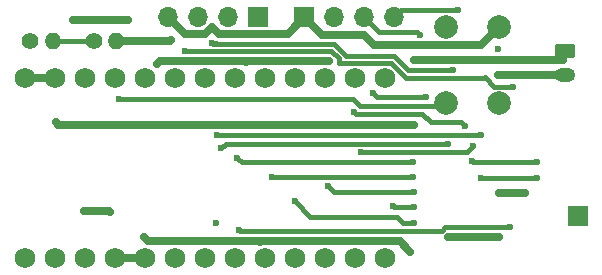
<source format=gbr>
%TF.GenerationSoftware,KiCad,Pcbnew,8.0.6-8.0.6-0~ubuntu24.04.1*%
%TF.CreationDate,2025-04-10T23:09:08-04:00*%
%TF.ProjectId,super-mini-mesh-kicad,73757065-722d-46d6-996e-692d6d657368,rev?*%
%TF.SameCoordinates,Original*%
%TF.FileFunction,Copper,L2,Bot*%
%TF.FilePolarity,Positive*%
%FSLAX46Y46*%
G04 Gerber Fmt 4.6, Leading zero omitted, Abs format (unit mm)*
G04 Created by KiCad (PCBNEW 8.0.6-8.0.6-0~ubuntu24.04.1) date 2025-04-10 23:09:08*
%MOMM*%
%LPD*%
G01*
G04 APERTURE LIST*
G04 Aperture macros list*
%AMRoundRect*
0 Rectangle with rounded corners*
0 $1 Rounding radius*
0 $2 $3 $4 $5 $6 $7 $8 $9 X,Y pos of 4 corners*
0 Add a 4 corners polygon primitive as box body*
4,1,4,$2,$3,$4,$5,$6,$7,$8,$9,$2,$3,0*
0 Add four circle primitives for the rounded corners*
1,1,$1+$1,$2,$3*
1,1,$1+$1,$4,$5*
1,1,$1+$1,$6,$7*
1,1,$1+$1,$8,$9*
0 Add four rect primitives between the rounded corners*
20,1,$1+$1,$2,$3,$4,$5,0*
20,1,$1+$1,$4,$5,$6,$7,0*
20,1,$1+$1,$6,$7,$8,$9,0*
20,1,$1+$1,$8,$9,$2,$3,0*%
G04 Aperture macros list end*
%TA.AperFunction,ComponentPad*%
%ADD10RoundRect,0.250000X-0.625000X0.350000X-0.625000X-0.350000X0.625000X-0.350000X0.625000X0.350000X0*%
%TD*%
%TA.AperFunction,ComponentPad*%
%ADD11O,1.750000X1.200000*%
%TD*%
%TA.AperFunction,ComponentPad*%
%ADD12C,1.752600*%
%TD*%
%TA.AperFunction,ComponentPad*%
%ADD13C,2.000000*%
%TD*%
%TA.AperFunction,ComponentPad*%
%ADD14C,1.400000*%
%TD*%
%TA.AperFunction,ComponentPad*%
%ADD15O,1.400000X1.400000*%
%TD*%
%TA.AperFunction,ComponentPad*%
%ADD16R,1.700000X1.700000*%
%TD*%
%TA.AperFunction,ComponentPad*%
%ADD17O,1.700000X1.700000*%
%TD*%
%TA.AperFunction,ViaPad*%
%ADD18C,0.600000*%
%TD*%
%TA.AperFunction,Conductor*%
%ADD19C,0.700000*%
%TD*%
%TA.AperFunction,Conductor*%
%ADD20C,0.400000*%
%TD*%
G04 APERTURE END LIST*
D10*
%TO.P,J1,1,Pin_1*%
%TO.N,BAT*%
X106700000Y-28400000D03*
D11*
%TO.P,J1,2,Pin_2*%
%TO.N,GND*%
X106700000Y-30400000D03*
%TD*%
D12*
%TO.P,U2,1,TX0/P0.06*%
%TO.N,unconnected-(U2-TX0{slash}P0.06-Pad1)*%
X63480000Y-45900000D03*
%TO.P,U2,2,RX1/P0.08*%
%TO.N,unconnected-(U2-RX1{slash}P0.08-Pad2)*%
X66020000Y-45900000D03*
%TO.P,U2,3,GND*%
%TO.N,GND*%
X68560000Y-45900000D03*
%TO.P,U2,4,GND*%
X71100000Y-45900000D03*
%TO.P,U2,5,P0.17*%
%TO.N,unconnected-(U2-P0.17-Pad5)*%
X73640000Y-45900000D03*
%TO.P,U2,6,P0.20*%
%TO.N,GPS_RX*%
X76180000Y-45900000D03*
%TO.P,U2,7,P0.22*%
%TO.N,GPS_TX*%
X78720000Y-45900000D03*
%TO.P,U2,8,P0.24*%
%TO.N,unconnected-(U2-P0.24-Pad8)*%
X81260000Y-45900000D03*
%TO.P,U2,9,P1.00*%
%TO.N,unconnected-(U2-P1.00-Pad9)*%
X83800000Y-45900000D03*
%TO.P,U2,10,P0.11*%
%TO.N,SCL*%
X86340000Y-45900000D03*
%TO.P,U2,11,P1.04*%
%TO.N,SDA*%
X88880000Y-45900000D03*
%TO.P,U2,12,P1.06*%
%TO.N,unconnected-(U2-P1.06-Pad12)*%
X91420000Y-45900000D03*
%TO.P,U2,13,NFC1/P0.09*%
%TO.N,LORA_RST*%
X91420000Y-30660000D03*
%TO.P,U2,14,NFC2/P0.10*%
%TO.N,DIO1*%
X88880000Y-30660000D03*
%TO.P,U2,15,P1.11*%
%TO.N,SCK*%
X86340000Y-30660000D03*
%TO.P,U2,16,P1.13*%
%TO.N,CS*%
X83800000Y-30660000D03*
%TO.P,U2,17,P1.15*%
%TO.N,MOSI*%
X81260000Y-30660000D03*
%TO.P,U2,18,AIN0/P0.02*%
%TO.N,MISO*%
X78720000Y-30660000D03*
%TO.P,U2,19,AIN5/P0.29*%
%TO.N,BUSY*%
X76180000Y-30660000D03*
%TO.P,U2,20,AIN7/P0.31*%
%TO.N,BATT_MEASURE*%
X73640000Y-30660000D03*
%TO.P,U2,21,VCC*%
%TO.N,3V3*%
X71100000Y-30660000D03*
%TO.P,U2,22,RST*%
%TO.N,MICRO_RST*%
X68560000Y-30660000D03*
%TO.P,U2,23,GND*%
%TO.N,GND*%
X66020000Y-30660000D03*
%TO.P,U2,24,BAT*%
%TO.N,BAT*%
X63480000Y-30660000D03*
%TO.P,U2,25,BAT*%
X60940000Y-30660000D03*
%TO.P,U2,26,GND*%
%TO.N,GND*%
X60940000Y-45900000D03*
%TD*%
D13*
%TO.P,SW1,1,1*%
%TO.N,MICRO_RST*%
X96600000Y-32800000D03*
X96600000Y-26300000D03*
%TO.P,SW1,2,2*%
%TO.N,GND*%
X101100000Y-32800000D03*
X101100000Y-26300000D03*
%TD*%
D14*
%TO.P,R1,1*%
%TO.N,BATT_MEASURE*%
X66795000Y-27500000D03*
D15*
%TO.P,R1,2*%
%TO.N,GND*%
X68695000Y-27500000D03*
%TD*%
D16*
%TO.P,J3,1,Pin_1*%
%TO.N,GND*%
X84600000Y-25500000D03*
D17*
%TO.P,J3,2,Pin_2*%
%TO.N,3V3*%
X87140000Y-25500000D03*
%TO.P,J3,3,Pin_3*%
%TO.N,SCL*%
X89680000Y-25500000D03*
%TO.P,J3,4,Pin_4*%
%TO.N,SDA*%
X92220000Y-25500000D03*
%TD*%
D14*
%TO.P,R2,1*%
%TO.N,BAT*%
X61395000Y-27500000D03*
D15*
%TO.P,R2,2*%
%TO.N,BATT_MEASURE*%
X63295000Y-27500000D03*
%TD*%
D16*
%TO.P,J4,1,Pin_1*%
%TO.N,ANT*%
X107800000Y-42300000D03*
%TD*%
%TO.P,J2,1,Pin_1*%
%TO.N,3V3*%
X80700000Y-25500000D03*
D17*
%TO.P,J2,2,Pin_2*%
%TO.N,GPS_RX*%
X78160000Y-25500000D03*
%TO.P,J2,3,Pin_3*%
%TO.N,GPS_TX*%
X75620000Y-25500000D03*
%TO.P,J2,4,Pin_4*%
%TO.N,GND*%
X73080000Y-25500000D03*
%TD*%
D18*
%TO.N,GND*%
X101000000Y-28200000D03*
X73200000Y-27500000D03*
X66000000Y-41900000D03*
X101000000Y-30400000D03*
X69700000Y-25700000D03*
X68200000Y-42000000D03*
X101100000Y-44140000D03*
X103300000Y-40400000D03*
X65000000Y-25700000D03*
X96800000Y-44100000D03*
X101100000Y-40400000D03*
%TO.N,BAT*%
X63600000Y-34400000D03*
X93900000Y-34600000D03*
X93900000Y-29100000D03*
%TO.N,GPS_TX*%
X74500000Y-28383700D03*
X102000000Y-43300000D03*
X79100000Y-43500000D03*
X102300000Y-31400000D03*
%TO.N,GPS_RX*%
X96800000Y-36200000D03*
X77100000Y-42900000D03*
X97200000Y-29950000D03*
X77600000Y-36600000D03*
X76800000Y-27683700D03*
%TO.N,3V3*%
X72100000Y-29500000D03*
X86700000Y-29233700D03*
X93600000Y-45400000D03*
X79700000Y-29300000D03*
X71000000Y-44100000D03*
%TO.N,MICRO_RST*%
X68900000Y-32400000D03*
%TO.N,LORA_RST*%
X93900000Y-41600000D03*
X92100000Y-41500000D03*
%TO.N,BUSY*%
X104300000Y-39100000D03*
X77200000Y-35500000D03*
X99600000Y-35500000D03*
X99600000Y-39100000D03*
%TO.N,MOSI*%
X93800000Y-39000000D03*
X81900000Y-39000000D03*
%TO.N,MISO*%
X78900000Y-37400000D03*
X93800000Y-37800000D03*
%TO.N,DIO1*%
X98200000Y-34700000D03*
X104300000Y-37800000D03*
X98800000Y-37700000D03*
X88800000Y-33500000D03*
%TO.N,CS*%
X93900000Y-42900000D03*
X83800000Y-41100000D03*
%TO.N,SCK*%
X93900000Y-40300000D03*
X86600000Y-39800000D03*
%TO.N,SCL*%
X94900000Y-32300000D03*
X90400000Y-31900000D03*
X94400000Y-27000000D03*
%TO.N,SDA*%
X97600000Y-24900000D03*
X89400000Y-36900000D03*
X98900000Y-36400000D03*
%TD*%
D19*
%TO.N,GND*%
X86100000Y-27000000D02*
X84600000Y-25500000D01*
X68100000Y-41900000D02*
X68200000Y-42000000D01*
X101100000Y-44140000D02*
X96840000Y-44140000D01*
X73300000Y-27400000D02*
X73200000Y-27500000D01*
X83200000Y-26900000D02*
X77400000Y-26900000D01*
X84600000Y-25500000D02*
X83200000Y-26900000D01*
X76799949Y-26299949D02*
X76199899Y-26900000D01*
X77400000Y-26900000D02*
X76799949Y-26299949D01*
X68560000Y-45900000D02*
X71100000Y-45900000D01*
X68695000Y-27500000D02*
X73200000Y-27500000D01*
X101100000Y-26300000D02*
X99550000Y-27850000D01*
X99550000Y-27850000D02*
X90550000Y-27850000D01*
X106700000Y-30400000D02*
X101000000Y-30400000D01*
X66000000Y-41900000D02*
X68100000Y-41900000D01*
X76199899Y-26900000D02*
X74480000Y-26900000D01*
X74480000Y-26900000D02*
X73080000Y-25500000D01*
X103300000Y-40400000D02*
X101100000Y-40400000D01*
X90550000Y-27850000D02*
X89700000Y-27000000D01*
X69700000Y-25700000D02*
X65000000Y-25700000D01*
X96840000Y-44140000D02*
X96800000Y-44100000D01*
X89700000Y-27000000D02*
X86100000Y-27000000D01*
%TO.N,BAT*%
X106550000Y-29100000D02*
X106550000Y-28550000D01*
X106550000Y-29100000D02*
X93900000Y-29100000D01*
X63800000Y-34600000D02*
X63600000Y-34400000D01*
X93900000Y-34600000D02*
X63800000Y-34600000D01*
X63480000Y-30660000D02*
X60940000Y-30660000D01*
X106550000Y-28550000D02*
X106700000Y-28400000D01*
D20*
%TO.N,GPS_TX*%
X100700000Y-31400000D02*
X102300000Y-31400000D01*
X99850000Y-30650000D02*
X99900000Y-30600000D01*
X96539340Y-43300000D02*
X102000000Y-43300000D01*
X79200000Y-43600000D02*
X96239340Y-43600000D01*
X79100000Y-43500000D02*
X79200000Y-43600000D01*
X91948661Y-29383700D02*
X87516300Y-29383700D01*
X99900000Y-30600000D02*
X100700000Y-31400000D01*
X87516300Y-28989340D02*
X87516300Y-29383700D01*
X74500000Y-28383700D02*
X86910660Y-28383700D01*
X91948661Y-29383700D02*
X93214961Y-30650000D01*
X93214961Y-30650000D02*
X99850000Y-30650000D01*
X96239340Y-43600000D02*
X96539340Y-43300000D01*
X86910660Y-28383700D02*
X87516300Y-28989340D01*
%TO.N,GPS_RX*%
X93363490Y-29950000D02*
X92906745Y-29493255D01*
X92906745Y-29493255D02*
X92197189Y-28783700D01*
X92197189Y-28783700D02*
X88159188Y-28783700D01*
X76900000Y-27783700D02*
X76800000Y-27683700D01*
X78000000Y-36200000D02*
X96800000Y-36200000D01*
X87159188Y-27783700D02*
X77183700Y-27783700D01*
X88159188Y-28783700D02*
X87159188Y-27783700D01*
X97200000Y-29950000D02*
X93363490Y-29950000D01*
X77183700Y-27783700D02*
X77100000Y-27700000D01*
X77600000Y-36600000D02*
X78000000Y-36200000D01*
X77183700Y-27783700D02*
X76900000Y-27783700D01*
D19*
%TO.N,3V3*%
X79766300Y-29233700D02*
X86700000Y-29233700D01*
X79633700Y-29233700D02*
X72366300Y-29233700D01*
X79700000Y-29300000D02*
X79766300Y-29233700D01*
X72366300Y-29233700D02*
X72100000Y-29500000D01*
X80926300Y-44473700D02*
X71373700Y-44473700D01*
X92673700Y-44473700D02*
X80926300Y-44473700D01*
X71373700Y-44473700D02*
X71000000Y-44100000D01*
X93600000Y-45400000D02*
X92673700Y-44473700D01*
X79700000Y-29300000D02*
X79633700Y-29233700D01*
X80926300Y-44473700D02*
X80900000Y-44500000D01*
D20*
%TO.N,BATT_MEASURE*%
X66795000Y-27500000D02*
X63295000Y-27500000D01*
%TO.N,MICRO_RST*%
X96600000Y-32800000D02*
X96400000Y-33000000D01*
X96400000Y-33000000D02*
X89300000Y-33000000D01*
X89300000Y-33000000D02*
X88700000Y-32400000D01*
X88700000Y-32400000D02*
X68900000Y-32400000D01*
%TO.N,LORA_RST*%
X93900000Y-41600000D02*
X92200000Y-41600000D01*
X92200000Y-41600000D02*
X92100000Y-41500000D01*
%TO.N,BUSY*%
X104300000Y-39100000D02*
X99600000Y-39100000D01*
X99600000Y-35500000D02*
X77200000Y-35500000D01*
%TO.N,MOSI*%
X93800000Y-39000000D02*
X81900000Y-39000000D01*
%TO.N,MISO*%
X93800000Y-37800000D02*
X82500000Y-37800000D01*
X79300000Y-37800000D02*
X78900000Y-37400000D01*
X82500000Y-37800000D02*
X79300000Y-37800000D01*
%TO.N,DIO1*%
X94600000Y-33700000D02*
X91000000Y-33700000D01*
X98900000Y-37800000D02*
X98800000Y-37700000D01*
X89000000Y-33700000D02*
X88800000Y-33500000D01*
X104300000Y-37800000D02*
X98900000Y-37800000D01*
X91000000Y-33700000D02*
X89000000Y-33700000D01*
X95300000Y-34400000D02*
X94600000Y-33700000D01*
X98200000Y-34700000D02*
X97900000Y-34400000D01*
X97900000Y-34400000D02*
X95300000Y-34400000D01*
%TO.N,CS*%
X85100000Y-42400000D02*
X83800000Y-41100000D01*
X93900000Y-42900000D02*
X93000000Y-42900000D01*
X92500000Y-42400000D02*
X85100000Y-42400000D01*
X93000000Y-42900000D02*
X92500000Y-42400000D01*
%TO.N,SCK*%
X93900000Y-40300000D02*
X87100000Y-40300000D01*
X87100000Y-40300000D02*
X86600000Y-39800000D01*
%TO.N,SCL*%
X94150000Y-26750000D02*
X94400000Y-27000000D01*
X94900000Y-32300000D02*
X90800000Y-32300000D01*
X90800000Y-32300000D02*
X90400000Y-31900000D01*
X90930000Y-26750000D02*
X94150000Y-26750000D01*
X89680000Y-25500000D02*
X90930000Y-26750000D01*
%TO.N,SDA*%
X98400000Y-36900000D02*
X98900000Y-36400000D01*
X92820000Y-24900000D02*
X92220000Y-25500000D01*
X89400000Y-36900000D02*
X98400000Y-36900000D01*
X97600000Y-24900000D02*
X92820000Y-24900000D01*
%TD*%
M02*

</source>
